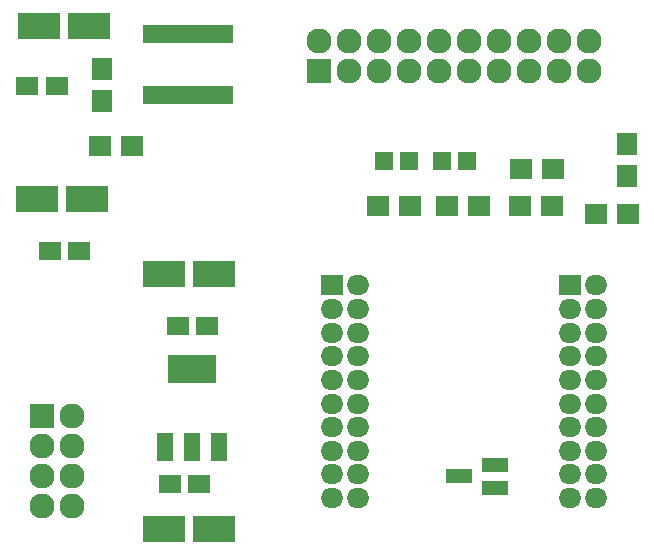
<source format=gts>
G04 #@! TF.FileFunction,Soldermask,Top*
%FSLAX46Y46*%
G04 Gerber Fmt 4.6, Leading zero omitted, Abs format (unit mm)*
G04 Created by KiCad (PCBNEW 4.0.1-stable) date 16.12.2015 23:49:10*
%MOMM*%
G01*
G04 APERTURE LIST*
%ADD10C,0.100000*%
%ADD11R,1.900000X1.650000*%
%ADD12R,1.598880X1.598880*%
%ADD13R,2.127200X2.127200*%
%ADD14O,2.127200X2.127200*%
%ADD15R,1.900000X1.700000*%
%ADD16O,1.900000X1.700000*%
%ADD17R,2.200860X1.200100*%
%ADD18R,1.700000X1.900000*%
%ADD19R,0.800000X1.600000*%
%ADD20R,3.549600X2.200860*%
%ADD21R,4.057600X2.432000*%
%ADD22R,1.416000X2.432000*%
G04 APERTURE END LIST*
D10*
D11*
X134660000Y-99695000D03*
X137160000Y-99695000D03*
X132755000Y-85725000D03*
X135255000Y-85725000D03*
X148012231Y-106045000D03*
X145512231Y-106045000D03*
X147320000Y-119380000D03*
X144820000Y-119380000D03*
D12*
X163001960Y-92075000D03*
X165100000Y-92075000D03*
X169959020Y-92075000D03*
X167860980Y-92075000D03*
D13*
X157480000Y-84455000D03*
D14*
X157480000Y-81915000D03*
X160020000Y-84455000D03*
X160020000Y-81915000D03*
X162560000Y-84455000D03*
X162560000Y-81915000D03*
X165100000Y-84455000D03*
X165100000Y-81915000D03*
X167640000Y-84455000D03*
X167640000Y-81915000D03*
X170180000Y-84455000D03*
X170180000Y-81915000D03*
X172720000Y-84455000D03*
X172720000Y-81915000D03*
X175260000Y-84455000D03*
X175260000Y-81915000D03*
X177800000Y-84455000D03*
X177800000Y-81915000D03*
X180340000Y-84455000D03*
X180340000Y-81915000D03*
D15*
X158555000Y-102585000D03*
D16*
X160755000Y-102585000D03*
X158555000Y-104585000D03*
X160755000Y-104585000D03*
X158555000Y-106585000D03*
X160755000Y-106585000D03*
X158555000Y-108585000D03*
X160755000Y-108585000D03*
X158555000Y-110585000D03*
X160755000Y-110585000D03*
X158555000Y-112585000D03*
X160755000Y-112585000D03*
X158555000Y-114585000D03*
X160755000Y-114585000D03*
X158555000Y-116585000D03*
X160755000Y-116585000D03*
X158555000Y-118585000D03*
X160755000Y-118585000D03*
X158555000Y-120585000D03*
X160755000Y-120585000D03*
X180885000Y-104585000D03*
X180885000Y-106585000D03*
X178685000Y-106585000D03*
X180885000Y-102585000D03*
D15*
X178685000Y-102585000D03*
D16*
X178685000Y-104585000D03*
X178685000Y-118585000D03*
X180885000Y-118585000D03*
X180885000Y-120585000D03*
X180885000Y-114585000D03*
X178685000Y-116585000D03*
X180885000Y-116585000D03*
X178685000Y-120585000D03*
X178685000Y-114585000D03*
X178685000Y-112585000D03*
X180885000Y-110585000D03*
X178685000Y-108585000D03*
X180885000Y-108585000D03*
X178685000Y-110585000D03*
X180885000Y-112585000D03*
D17*
X172316140Y-119695000D03*
X172316140Y-117795000D03*
X169313860Y-118745000D03*
D15*
X141605000Y-90805000D03*
X138905000Y-90805000D03*
D18*
X139065000Y-86995000D03*
X139065000Y-84295000D03*
D15*
X174545000Y-92710000D03*
X177245000Y-92710000D03*
X177165000Y-95885000D03*
X174465000Y-95885000D03*
D18*
X183515000Y-90645000D03*
X183515000Y-93345000D03*
D15*
X183595000Y-96520000D03*
X180895000Y-96520000D03*
X162480000Y-95885000D03*
X165180000Y-95885000D03*
X168275000Y-95885000D03*
X170975000Y-95885000D03*
D19*
X149860000Y-81280000D03*
X149225000Y-81280000D03*
X148590000Y-81280000D03*
X147955000Y-81280000D03*
X147320000Y-81280000D03*
X146685000Y-81280000D03*
X146050000Y-81280000D03*
X145415000Y-81280000D03*
X144780000Y-81280000D03*
X144145000Y-81280000D03*
X143510000Y-81280000D03*
X142875000Y-81280000D03*
X142875000Y-86480000D03*
X143510000Y-86480000D03*
X144145000Y-86480000D03*
X144780000Y-86480000D03*
X145415000Y-86480000D03*
X146050000Y-86480000D03*
X146685000Y-86480000D03*
X147320000Y-86480000D03*
X147955000Y-86480000D03*
X148590000Y-86480000D03*
X149225000Y-86480000D03*
X149860000Y-86480000D03*
D20*
X137795000Y-95250000D03*
X133543040Y-95250000D03*
X138015980Y-80645000D03*
X133764020Y-80645000D03*
X144338040Y-101600000D03*
X148590000Y-101600000D03*
X144338040Y-123190000D03*
X148590000Y-123190000D03*
D21*
X146742231Y-109656991D03*
D22*
X146742231Y-116260991D03*
X149028231Y-116260991D03*
X144456231Y-116260991D03*
D13*
X133985000Y-113665000D03*
D14*
X136525000Y-113665000D03*
X133985000Y-116205000D03*
X136525000Y-116205000D03*
X133985000Y-118745000D03*
X136525000Y-118745000D03*
X133985000Y-121285000D03*
X136525000Y-121285000D03*
M02*

</source>
